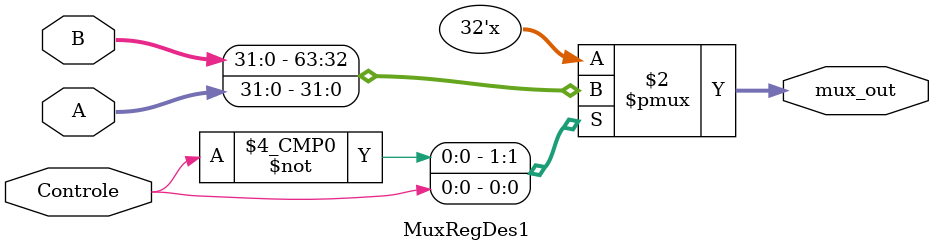
<source format=sv>
module MuxRegDes1(Controle, B, A, mux_out);

input Controle;
input [31:0] B;
input [31:0] A;
output reg [31:0] mux_out;

always @ (Controle)
begin

case(Controle)
1'd0:mux_out <= B;
1'd1:mux_out <= A;
endcase

end
endmodule 
</source>
